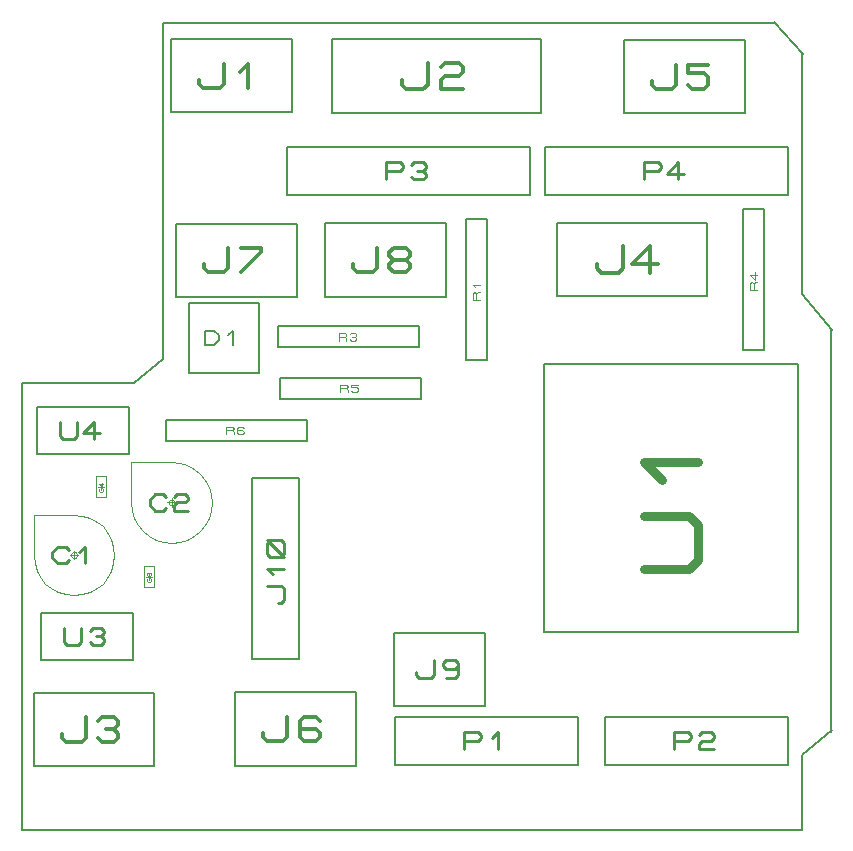
<source format=gbr>
G04 PROTEUS RS274X GERBER FILE*
%FSLAX26Y26*%
%MOIN*%
G01*
%ADD20C,0.008000*%
%ADD73C,0.009480*%
%ADD30C,0.013390*%
%ADD31C,0.014653*%
%ADD32C,0.010109*%
%ADD33C,0.004200*%
%ADD34C,0.007767*%
%ADD35C,0.029767*%
%ADD36C,0.001969*%
%ADD37C,0.008989*%
%ADD38C,0.002244*%
D20*
X+472441Y+393701D02*
X+2503937Y+393701D01*
X+0Y-807087D02*
X+0Y-2295276D01*
X+2602362Y-2295276D01*
X+2602362Y+295276D02*
X+2602362Y-511811D01*
X+2696850Y-629921D02*
X+2696850Y-1968504D01*
X+0Y-807087D02*
X+374016Y-807087D01*
X+472441Y-728346D02*
X+472441Y+393701D01*
X+2602362Y-2047244D02*
X+2602362Y-2295276D01*
X+2700787Y-1964567D02*
X+2602362Y-2047244D01*
X+2602362Y-511811D02*
X+2700787Y-629921D01*
X+1246000Y-2079000D02*
X+1854000Y-2079000D01*
X+1854000Y-1921000D01*
X+1246000Y-1921000D01*
X+1246000Y-2079000D01*
D73*
X+1474160Y-2028440D02*
X+1474160Y-1971560D01*
X+1521560Y-1971560D01*
X+1531040Y-1981040D01*
X+1531040Y-1990520D01*
X+1521560Y-2000000D01*
X+1474160Y-2000000D01*
X+1568960Y-1990520D02*
X+1587920Y-1971560D01*
X+1587920Y-2028440D01*
D20*
X+1946000Y-2079000D02*
X+2554000Y-2079000D01*
X+2554000Y-1921000D01*
X+1946000Y-1921000D01*
X+1946000Y-2079000D01*
D73*
X+2174160Y-2028440D02*
X+2174160Y-1971560D01*
X+2221560Y-1971560D01*
X+2231040Y-1981040D01*
X+2231040Y-1990520D01*
X+2221560Y-2000000D01*
X+2174160Y-2000000D01*
X+2259480Y-1981040D02*
X+2268960Y-1971560D01*
X+2297400Y-1971560D01*
X+2306880Y-1981040D01*
X+2306880Y-1990520D01*
X+2297400Y-2000000D01*
X+2268960Y-2000000D01*
X+2259480Y-2009480D01*
X+2259480Y-2028440D01*
X+2306880Y-2028440D01*
D20*
X+886000Y-179000D02*
X+1694000Y-179000D01*
X+1694000Y-21000D01*
X+886000Y-21000D01*
X+886000Y-179000D01*
D73*
X+1214160Y-128440D02*
X+1214160Y-71560D01*
X+1261560Y-71560D01*
X+1271040Y-81040D01*
X+1271040Y-90520D01*
X+1261560Y-100000D01*
X+1214160Y-100000D01*
X+1299480Y-81040D02*
X+1308960Y-71560D01*
X+1337400Y-71560D01*
X+1346880Y-81040D01*
X+1346880Y-90520D01*
X+1337400Y-100000D01*
X+1346880Y-109480D01*
X+1346880Y-118960D01*
X+1337400Y-128440D01*
X+1308960Y-128440D01*
X+1299480Y-118960D01*
X+1318440Y-100000D02*
X+1337400Y-100000D01*
D20*
X+1746000Y-179000D02*
X+2554000Y-179000D01*
X+2554000Y-21000D01*
X+1746000Y-21000D01*
X+1746000Y-179000D01*
D73*
X+2074160Y-128440D02*
X+2074160Y-71560D01*
X+2121560Y-71560D01*
X+2131040Y-81040D01*
X+2131040Y-90520D01*
X+2121560Y-100000D01*
X+2074160Y-100000D01*
X+2206880Y-109480D02*
X+2150000Y-109480D01*
X+2187920Y-71560D01*
X+2187920Y-128440D01*
D20*
X+499425Y+95567D02*
X+901126Y+95567D01*
X+901126Y+339787D01*
X+499425Y+339787D01*
X+499425Y+95567D01*
D30*
X+593156Y+204287D02*
X+593156Y+190897D01*
X+606546Y+177507D01*
X+660106Y+177507D01*
X+673496Y+190897D01*
X+673496Y+257847D01*
X+727056Y+231067D02*
X+753836Y+257847D01*
X+753836Y+177507D01*
D20*
X+2008701Y+92504D02*
X+2410402Y+92504D01*
X+2410402Y+336724D01*
X+2008701Y+336724D01*
X+2008701Y+92504D01*
D30*
X+2102431Y+201224D02*
X+2102431Y+187834D01*
X+2115821Y+174444D01*
X+2169381Y+174444D01*
X+2182771Y+187834D01*
X+2182771Y+254784D01*
X+2289891Y+254784D02*
X+2222941Y+254784D01*
X+2222941Y+228004D01*
X+2276501Y+228004D01*
X+2289891Y+214614D01*
X+2289891Y+187834D01*
X+2276501Y+174444D01*
X+2236331Y+174444D01*
X+2222941Y+187834D01*
D20*
X+41512Y-2083882D02*
X+443213Y-2083882D01*
X+443213Y-1839661D01*
X+41512Y-1839661D01*
X+41512Y-2083882D01*
D30*
X+135243Y-1975162D02*
X+135243Y-1988552D01*
X+148633Y-2001942D01*
X+202193Y-2001942D01*
X+215583Y-1988552D01*
X+215583Y-1921602D01*
X+255753Y-1934992D02*
X+269143Y-1921602D01*
X+309313Y-1921602D01*
X+322703Y-1934992D01*
X+322703Y-1948382D01*
X+309313Y-1961772D01*
X+322703Y-1975162D01*
X+322703Y-1988552D01*
X+309313Y-2001942D01*
X+269143Y-2001942D01*
X+255753Y-1988552D01*
X+282533Y-1961772D02*
X+309313Y-1961772D01*
D20*
X+712504Y-2082669D02*
X+1114205Y-2082669D01*
X+1114205Y-1838449D01*
X+712504Y-1838449D01*
X+712504Y-2082669D01*
D30*
X+806235Y-1973949D02*
X+806235Y-1987339D01*
X+819625Y-2000729D01*
X+873185Y-2000729D01*
X+886575Y-1987339D01*
X+886575Y-1920389D01*
X+993695Y-1933779D02*
X+980305Y-1920389D01*
X+940135Y-1920389D01*
X+926745Y-1933779D01*
X+926745Y-1987339D01*
X+940135Y-2000729D01*
X+980305Y-2000729D01*
X+993695Y-1987339D01*
X+993695Y-1973949D01*
X+980305Y-1960559D01*
X+926745Y-1960559D01*
D20*
X+1785213Y-517890D02*
X+2285339Y-517890D01*
X+2285339Y-273669D01*
X+1785213Y-273669D01*
X+1785213Y-517890D01*
D31*
X+1918050Y-410433D02*
X+1918050Y-425087D01*
X+1932703Y-439740D01*
X+1991316Y-439740D01*
X+2005969Y-425087D01*
X+2005969Y-351820D01*
X+2123195Y-410433D02*
X+2035276Y-410433D01*
X+2093889Y-351820D01*
X+2093889Y-439740D01*
D20*
X+515685Y-520260D02*
X+917386Y-520260D01*
X+917386Y-276039D01*
X+515685Y-276039D01*
X+515685Y-520260D01*
D30*
X+609416Y-411540D02*
X+609416Y-424930D01*
X+622806Y-438320D01*
X+676366Y-438320D01*
X+689756Y-424930D01*
X+689756Y-357980D01*
X+729926Y-357980D02*
X+796876Y-357980D01*
X+796876Y-371370D01*
X+729926Y-438320D01*
D20*
X+1012299Y-519079D02*
X+1414000Y-519079D01*
X+1414000Y-274858D01*
X+1012299Y-274858D01*
X+1012299Y-519079D01*
D30*
X+1106030Y-410359D02*
X+1106030Y-423749D01*
X+1119420Y-437139D01*
X+1172980Y-437139D01*
X+1186370Y-423749D01*
X+1186370Y-356799D01*
X+1239930Y-396969D02*
X+1226540Y-383579D01*
X+1226540Y-370189D01*
X+1239930Y-356799D01*
X+1280100Y-356799D01*
X+1293490Y-370189D01*
X+1293490Y-383579D01*
X+1280100Y-396969D01*
X+1239930Y-396969D01*
X+1226540Y-410359D01*
X+1226540Y-423749D01*
X+1239930Y-437139D01*
X+1280100Y-437139D01*
X+1293490Y-423749D01*
X+1293490Y-410359D01*
X+1280100Y-396969D01*
D20*
X+1242575Y-1882740D02*
X+1545851Y-1882740D01*
X+1545851Y-1638519D01*
X+1242575Y-1638519D01*
X+1242575Y-1882740D01*
D32*
X+1313340Y-1770738D02*
X+1313340Y-1780848D01*
X+1323449Y-1790957D01*
X+1363886Y-1790957D01*
X+1373995Y-1780848D01*
X+1373995Y-1730302D01*
X+1454868Y-1750520D02*
X+1444759Y-1760629D01*
X+1414431Y-1760629D01*
X+1404322Y-1750520D01*
X+1404322Y-1740411D01*
X+1414431Y-1730302D01*
X+1444759Y-1730302D01*
X+1454868Y-1740411D01*
X+1454868Y-1780848D01*
X+1444759Y-1790957D01*
X+1414431Y-1790957D01*
D20*
X+767181Y-1726873D02*
X+925181Y-1726873D01*
X+925181Y-1123873D01*
X+767181Y-1123873D01*
X+767181Y-1726873D01*
D73*
X+855661Y-1539133D02*
X+865141Y-1539133D01*
X+874621Y-1529653D01*
X+874621Y-1491733D01*
X+865141Y-1482253D01*
X+817741Y-1482253D01*
X+836701Y-1444333D02*
X+817741Y-1425373D01*
X+874621Y-1425373D01*
X+865141Y-1387453D02*
X+827221Y-1387453D01*
X+817741Y-1377973D01*
X+817741Y-1340053D01*
X+827221Y-1330573D01*
X+865141Y-1330573D01*
X+874621Y-1340053D01*
X+874621Y-1377973D01*
X+865141Y-1387453D01*
X+874621Y-1387453D02*
X+817741Y-1330573D01*
D20*
X+1481024Y-731654D02*
X+1551024Y-731654D01*
X+1551024Y-261654D01*
X+1481024Y-261654D01*
X+1481024Y-731654D01*
D33*
X+1528624Y-530254D02*
X+1503424Y-530254D01*
X+1503424Y-509254D01*
X+1507624Y-505054D01*
X+1511824Y-505054D01*
X+1516024Y-509254D01*
X+1516024Y-530254D01*
X+1516024Y-509254D02*
X+1520224Y-505054D01*
X+1528624Y-505054D01*
X+1511824Y-488254D02*
X+1503424Y-479854D01*
X+1528624Y-479854D01*
D20*
X+2405000Y-698000D02*
X+2475000Y-698000D01*
X+2475000Y-228000D01*
X+2405000Y-228000D01*
X+2405000Y-698000D01*
D33*
X+2452600Y-496600D02*
X+2427400Y-496600D01*
X+2427400Y-475600D01*
X+2431600Y-471400D01*
X+2435800Y-471400D01*
X+2440000Y-475600D01*
X+2440000Y-496600D01*
X+2440000Y-475600D02*
X+2444200Y-471400D01*
X+2452600Y-471400D01*
X+2444200Y-437800D02*
X+2444200Y-463000D01*
X+2427400Y-446200D01*
X+2452600Y-446200D01*
D20*
X+557496Y-772150D02*
X+790496Y-772150D01*
X+790496Y-539150D01*
X+557496Y-539150D01*
X+557496Y-772150D01*
D34*
X+611863Y-678950D02*
X+611863Y-632350D01*
X+642930Y-632350D01*
X+658463Y-647883D01*
X+658463Y-663416D01*
X+642930Y-678950D01*
X+611863Y-678950D01*
X+689529Y-647883D02*
X+705063Y-632350D01*
X+705063Y-678950D01*
D20*
X+472441Y-728346D02*
X+374016Y-807087D01*
X+1035370Y+94425D02*
X+1732346Y+94425D01*
X+1732346Y+338646D01*
X+1035370Y+338646D01*
X+1035370Y+94425D01*
D31*
X+1266633Y+201882D02*
X+1266633Y+187228D01*
X+1281286Y+172575D01*
X+1339899Y+172575D01*
X+1354552Y+187228D01*
X+1354552Y+260495D01*
X+1398512Y+245841D02*
X+1413165Y+260495D01*
X+1457125Y+260495D01*
X+1471778Y+245841D01*
X+1471778Y+231188D01*
X+1457125Y+216535D01*
X+1413165Y+216535D01*
X+1398512Y+201882D01*
X+1398512Y+172575D01*
X+1471778Y+172575D01*
D20*
X+2606299Y+291339D02*
X+2507874Y+397638D01*
X+855276Y-688260D02*
X+1325276Y-688260D01*
X+1325276Y-618260D01*
X+855276Y-618260D01*
X+855276Y-688260D01*
D33*
X+1056676Y-665860D02*
X+1056676Y-640660D01*
X+1077676Y-640660D01*
X+1081876Y-644860D01*
X+1081876Y-649060D01*
X+1077676Y-653260D01*
X+1056676Y-653260D01*
X+1077676Y-653260D02*
X+1081876Y-657460D01*
X+1081876Y-665860D01*
X+1094476Y-644860D02*
X+1098676Y-640660D01*
X+1111276Y-640660D01*
X+1115476Y-644860D01*
X+1115476Y-649060D01*
X+1111276Y-653260D01*
X+1115476Y-657460D01*
X+1115476Y-661660D01*
X+1111276Y-665860D01*
X+1098676Y-665860D01*
X+1094476Y-661660D01*
X+1102876Y-653260D02*
X+1111276Y-653260D01*
D20*
X+1741000Y-1636000D02*
X+2588000Y-1636000D01*
X+2588000Y-743000D01*
X+1741000Y-743000D01*
X+1741000Y-1636000D01*
D35*
X+2075200Y-1427633D02*
X+2224033Y-1427633D01*
X+2253800Y-1397866D01*
X+2253800Y-1278800D01*
X+2224033Y-1249033D01*
X+2075200Y-1249033D01*
X+2134733Y-1129967D02*
X+2075200Y-1070433D01*
X+2253800Y-1070433D01*
D20*
X+64283Y-1730000D02*
X+372283Y-1730000D01*
X+372283Y-1572000D01*
X+64283Y-1572000D01*
X+64283Y-1730000D01*
D73*
X+142443Y-1622560D02*
X+142443Y-1669960D01*
X+151923Y-1679440D01*
X+189843Y-1679440D01*
X+199323Y-1669960D01*
X+199323Y-1622560D01*
X+227763Y-1632040D02*
X+237243Y-1622560D01*
X+265683Y-1622560D01*
X+275163Y-1632040D01*
X+275163Y-1641520D01*
X+265683Y-1651000D01*
X+275163Y-1660480D01*
X+275163Y-1669960D01*
X+265683Y-1679440D01*
X+237243Y-1679440D01*
X+227763Y-1669960D01*
X+246723Y-1651000D02*
X+265683Y-1651000D01*
D20*
X+51000Y-1044000D02*
X+359000Y-1044000D01*
X+359000Y-886000D01*
X+51000Y-886000D01*
X+51000Y-1044000D01*
D73*
X+129160Y-936560D02*
X+129160Y-983960D01*
X+138640Y-993440D01*
X+176560Y-993440D01*
X+186040Y-983960D01*
X+186040Y-936560D01*
X+261880Y-974480D02*
X+205000Y-974480D01*
X+242920Y-936560D01*
X+242920Y-993440D01*
D36*
X+184843Y-1380000D02*
X+184809Y-1379183D01*
X+184533Y-1377548D01*
X+183954Y-1375913D01*
X+183009Y-1374278D01*
X+181563Y-1372664D01*
X+179928Y-1371479D01*
X+178293Y-1370724D01*
X+176658Y-1370298D01*
X+175023Y-1370157D01*
X+175000Y-1370157D01*
X+165157Y-1380000D02*
X+165191Y-1379183D01*
X+165467Y-1377548D01*
X+166046Y-1375913D01*
X+166991Y-1374278D01*
X+168437Y-1372664D01*
X+170072Y-1371479D01*
X+171707Y-1370724D01*
X+173342Y-1370298D01*
X+174977Y-1370157D01*
X+175000Y-1370157D01*
X+165157Y-1380000D02*
X+165191Y-1380817D01*
X+165467Y-1382452D01*
X+166046Y-1384087D01*
X+166991Y-1385722D01*
X+168437Y-1387336D01*
X+170072Y-1388521D01*
X+171707Y-1389276D01*
X+173342Y-1389702D01*
X+174977Y-1389843D01*
X+175000Y-1389843D01*
X+184843Y-1380000D02*
X+184809Y-1380817D01*
X+184533Y-1382452D01*
X+183954Y-1384087D01*
X+183009Y-1385722D01*
X+181563Y-1387336D01*
X+179928Y-1388521D01*
X+178293Y-1389276D01*
X+176658Y-1389702D01*
X+175023Y-1389843D01*
X+175000Y-1389843D01*
X+188780Y-1380000D02*
X+161220Y-1380000D01*
X+175000Y-1366220D02*
X+175000Y-1393780D01*
X+41142Y-1246142D02*
X+41142Y-1380000D01*
X+43805Y-1407370D01*
X+51469Y-1432680D01*
X+63642Y-1455442D01*
X+79835Y-1475165D01*
X+99558Y-1491358D01*
X+122320Y-1503531D01*
X+147630Y-1511195D01*
X+175000Y-1513858D01*
X+202370Y-1511195D01*
X+227680Y-1503531D01*
X+250442Y-1491358D01*
X+270165Y-1475165D01*
X+286358Y-1455442D01*
X+298531Y-1432680D01*
X+306195Y-1407370D01*
X+308858Y-1380000D01*
X+306195Y-1352630D01*
X+298531Y-1327320D01*
X+286358Y-1304558D01*
X+270165Y-1284835D01*
X+250442Y-1268642D01*
X+227680Y-1256469D01*
X+202370Y-1248805D01*
X+175000Y-1246142D01*
X+41142Y-1246142D01*
D37*
X+157021Y-1397979D02*
X+148031Y-1406968D01*
X+121063Y-1406968D01*
X+103084Y-1388989D01*
X+103084Y-1371010D01*
X+121063Y-1353031D01*
X+148031Y-1353031D01*
X+157021Y-1362021D01*
X+192979Y-1371010D02*
X+210958Y-1353031D01*
X+210958Y-1406968D01*
D36*
X+509843Y-1205000D02*
X+509809Y-1204183D01*
X+509533Y-1202548D01*
X+508954Y-1200913D01*
X+508009Y-1199278D01*
X+506563Y-1197664D01*
X+504928Y-1196479D01*
X+503293Y-1195724D01*
X+501658Y-1195298D01*
X+500023Y-1195157D01*
X+500000Y-1195157D01*
X+490157Y-1205000D02*
X+490191Y-1204183D01*
X+490467Y-1202548D01*
X+491046Y-1200913D01*
X+491991Y-1199278D01*
X+493437Y-1197664D01*
X+495072Y-1196479D01*
X+496707Y-1195724D01*
X+498342Y-1195298D01*
X+499977Y-1195157D01*
X+500000Y-1195157D01*
X+490157Y-1205000D02*
X+490191Y-1205817D01*
X+490467Y-1207452D01*
X+491046Y-1209087D01*
X+491991Y-1210722D01*
X+493437Y-1212336D01*
X+495072Y-1213521D01*
X+496707Y-1214276D01*
X+498342Y-1214702D01*
X+499977Y-1214843D01*
X+500000Y-1214843D01*
X+509843Y-1205000D02*
X+509809Y-1205817D01*
X+509533Y-1207452D01*
X+508954Y-1209087D01*
X+508009Y-1210722D01*
X+506563Y-1212336D01*
X+504928Y-1213521D01*
X+503293Y-1214276D01*
X+501658Y-1214702D01*
X+500023Y-1214843D01*
X+500000Y-1214843D01*
X+513780Y-1205000D02*
X+486220Y-1205000D01*
X+500000Y-1191220D02*
X+500000Y-1218780D01*
X+366142Y-1071142D02*
X+366142Y-1205000D01*
X+368805Y-1232370D01*
X+376469Y-1257680D01*
X+388642Y-1280442D01*
X+404835Y-1300165D01*
X+424558Y-1316358D01*
X+447320Y-1328531D01*
X+472630Y-1336195D01*
X+500000Y-1338858D01*
X+527370Y-1336195D01*
X+552680Y-1328531D01*
X+575442Y-1316358D01*
X+595165Y-1300165D01*
X+611358Y-1280442D01*
X+623531Y-1257680D01*
X+631195Y-1232370D01*
X+633858Y-1205000D01*
X+631195Y-1177630D01*
X+623531Y-1152320D01*
X+611358Y-1129558D01*
X+595165Y-1109835D01*
X+575442Y-1093642D01*
X+552680Y-1081469D01*
X+527370Y-1073805D01*
X+500000Y-1071142D01*
X+366142Y-1071142D01*
D37*
X+482021Y-1222979D02*
X+473031Y-1231968D01*
X+446063Y-1231968D01*
X+428084Y-1213989D01*
X+428084Y-1196010D01*
X+446063Y-1178031D01*
X+473031Y-1178031D01*
X+482021Y-1187021D01*
X+508989Y-1187021D02*
X+517979Y-1178031D01*
X+544947Y-1178031D01*
X+553937Y-1187021D01*
X+553937Y-1196010D01*
X+544947Y-1205000D01*
X+517979Y-1205000D01*
X+508989Y-1213989D01*
X+508989Y-1231968D01*
X+553937Y-1231968D01*
D36*
X+442717Y-1487717D02*
X+442717Y-1416850D01*
X+407283Y-1416850D01*
X+407283Y-1487717D01*
X+442717Y-1487717D01*
X+415157Y-1452283D02*
X+434843Y-1452283D01*
X+425000Y-1442441D02*
X+425000Y-1462126D01*
D38*
X+429488Y-1456771D02*
X+431732Y-1459016D01*
X+431732Y-1465748D01*
X+427244Y-1470236D01*
X+422755Y-1470236D01*
X+418267Y-1465748D01*
X+418267Y-1459016D01*
X+420511Y-1456771D01*
X+420511Y-1450039D02*
X+418267Y-1447795D01*
X+418267Y-1441063D01*
X+420511Y-1438818D01*
X+422755Y-1438818D01*
X+425000Y-1441063D01*
X+427244Y-1438818D01*
X+429488Y-1438818D01*
X+431732Y-1441063D01*
X+431732Y-1447795D01*
X+429488Y-1450039D01*
X+425000Y-1445551D02*
X+425000Y-1441063D01*
D36*
X+247283Y-1117283D02*
X+247283Y-1188150D01*
X+282717Y-1188150D01*
X+282717Y-1117283D01*
X+247283Y-1117283D01*
X+274843Y-1152717D02*
X+255157Y-1152717D01*
X+265000Y-1162559D02*
X+265000Y-1142874D01*
D38*
X+269488Y-1157204D02*
X+271732Y-1159449D01*
X+271732Y-1166181D01*
X+267244Y-1170669D01*
X+262755Y-1170669D01*
X+258267Y-1166181D01*
X+258267Y-1159449D01*
X+260511Y-1157204D01*
X+267244Y-1139251D02*
X+267244Y-1152716D01*
X+258267Y-1143740D01*
X+271732Y-1143740D01*
D20*
X+860000Y-860000D02*
X+1330000Y-860000D01*
X+1330000Y-790000D01*
X+860000Y-790000D01*
X+860000Y-860000D01*
D33*
X+1061400Y-837600D02*
X+1061400Y-812400D01*
X+1082400Y-812400D01*
X+1086600Y-816600D01*
X+1086600Y-820800D01*
X+1082400Y-825000D01*
X+1061400Y-825000D01*
X+1082400Y-825000D02*
X+1086600Y-829200D01*
X+1086600Y-837600D01*
X+1120200Y-812400D02*
X+1099200Y-812400D01*
X+1099200Y-820800D01*
X+1116000Y-820800D01*
X+1120200Y-825000D01*
X+1120200Y-833400D01*
X+1116000Y-837600D01*
X+1103400Y-837600D01*
X+1099200Y-833400D01*
D20*
X+480000Y-1000000D02*
X+950000Y-1000000D01*
X+950000Y-930000D01*
X+480000Y-930000D01*
X+480000Y-1000000D01*
D33*
X+681400Y-977600D02*
X+681400Y-952400D01*
X+702400Y-952400D01*
X+706600Y-956600D01*
X+706600Y-960800D01*
X+702400Y-965000D01*
X+681400Y-965000D01*
X+702400Y-965000D02*
X+706600Y-969200D01*
X+706600Y-977600D01*
X+740200Y-956600D02*
X+736000Y-952400D01*
X+723400Y-952400D01*
X+719200Y-956600D01*
X+719200Y-973400D01*
X+723400Y-977600D01*
X+736000Y-977600D01*
X+740200Y-973400D01*
X+740200Y-969200D01*
X+736000Y-965000D01*
X+719200Y-965000D01*
M02*

</source>
